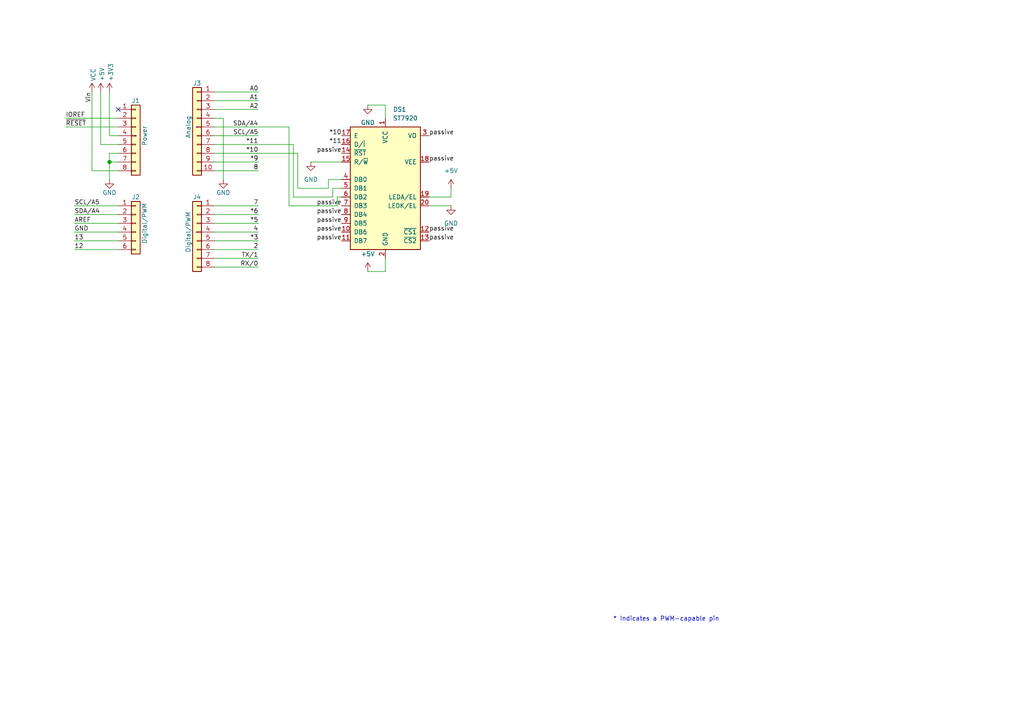
<source format=kicad_sch>
(kicad_sch (version 20230121) (generator eeschema)
  (paper "A4")
  (title_block (title "PCB for Conway's game of life.") (date "2023-10-14"))
  (lib_symbols
    (symbol "Connector_Generic:Conn_01x06" (pin_names (offset 1.016) hide)
      (property "Reference" "J" (at 0 7.62 0))
      (property "Value" "Conn_01x06" (at 0 -10.16 0))
      (symbol "Conn_01x06_1_1"
        (rectangle (start -1.27 -7.493) (end 0 -7.747) (stroke (width 0.1524)))
        (rectangle (start -1.27 -4.953) (end 0 -5.207) (stroke (width 0.1524)))
        (rectangle (start -1.27 -2.413) (end 0 -2.667) (stroke (width 0.1524)))
        (rectangle (start -1.27 0.127) (end 0 -0.127) (stroke (width 0.1524)))
        (rectangle (start -1.27 2.667) (end 0 2.413) (stroke (width 0.1524)))
        (rectangle (start -1.27 5.207) (end 0 4.953) (stroke (width 0.1524)))
        (rectangle (start -1.27 6.35) (end 1.27 -8.89) (stroke (width 0.254)) (fill (type background)))
        (pin passive line (at -5.08 5.08 0) (length 3.81) (name "Pin_1") (number "1"))
        (pin passive line (at -5.08 2.54 0) (length 3.81) (name "Pin_2") (number "2"))
        (pin passive line (at -5.08 0 0) (length 3.81) (name "Pin_3") (number "3"))
        (pin passive line (at -5.08 -2.54 0) (length 3.81) (name "Pin_4") (number "4"))
        (pin passive line (at -5.08 -5.08 0) (length 3.81) (name "Pin_5") (number "5"))
        (pin passive line (at -5.08 -7.62 0) (length 3.81) (name "Pin_6") (number "6"))
      )
    )
    (symbol "Connector_Generic:Conn_01x08" (pin_names (offset 1.016) hide)
      (property "Reference" "J" (at 0 10.16 0))
      (property "Value" "Conn_01x08" (at 0 -12.7 0))
      (symbol "Conn_01x08_1_1"
        (rectangle (start -1.27 -10.033) (end 0 -10.287) (stroke (width 0.1524)))
        (rectangle (start -1.27 -7.493) (end 0 -7.747) (stroke (width 0.1524)))
        (rectangle (start -1.27 -4.953) (end 0 -5.207) (stroke (width 0.1524)))
        (rectangle (start -1.27 -2.413) (end 0 -2.667) (stroke (width 0.1524)))
        (rectangle (start -1.27 0.127) (end 0 -0.127) (stroke (width 0.1524)))
        (rectangle (start -1.27 2.667) (end 0 2.413) (stroke (width 0.1524)))
        (rectangle (start -1.27 5.207) (end 0 4.953) (stroke (width 0.1524)))
        (rectangle (start -1.27 7.747) (end 0 7.493) (stroke (width 0.1524)))
        (rectangle (start -1.27 8.89) (end 1.27 -11.43) (stroke (width 0.254)) (fill (type background)))
        (pin passive line (at -5.08 7.62 0) (length 3.81) (name "Pin_1") (number "1"))
        (pin passive line (at -5.08 5.08 0) (length 3.81) (name "Pin_2") (number "2"))
        (pin passive line (at -5.08 2.54 0) (length 3.81) (name "Pin_3") (number "3"))
        (pin passive line (at -5.08 0 0) (length 3.81) (name "Pin_4") (number "4"))
        (pin passive line (at -5.08 -2.54 0) (length 3.81) (name "Pin_5") (number "5"))
        (pin passive line (at -5.08 -5.08 0) (length 3.81) (name "Pin_6") (number "6"))
        (pin passive line (at -5.08 -7.62 0) (length 3.81) (name "Pin_7") (number "7"))
        (pin passive line (at -5.08 -10.16 0) (length 3.81) (name "Pin_8") (number "8"))
      )
    )
    (symbol "Connector_Generic:Conn_01x10" (pin_names (offset 1.016) hide)
      (property "Reference" "J" (at 0 12.7 0))
      (property "Value" "Conn_01x10" (at 0 -15.24 0))
      (symbol "Conn_01x10_1_1"
        (rectangle (start -1.27 -12.573) (end 0 -12.827) (stroke (width 0.1524)))
        (rectangle (start -1.27 -10.033) (end 0 -10.287) (stroke (width 0.1524)))
        (rectangle (start -1.27 -7.493) (end 0 -7.747) (stroke (width 0.1524)))
        (rectangle (start -1.27 -4.953) (end 0 -5.207) (stroke (width 0.1524)))
        (rectangle (start -1.27 -2.413) (end 0 -2.667) (stroke (width 0.1524)))
        (rectangle (start -1.27 0.127) (end 0 -0.127) (stroke (width 0.1524)))
        (rectangle (start -1.27 2.667) (end 0 2.413) (stroke (width 0.1524)))
        (rectangle (start -1.27 5.207) (end 0 4.953) (stroke (width 0.1524)))
        (rectangle (start -1.27 7.747) (end 0 7.493) (stroke (width 0.1524)))
        (rectangle (start -1.27 10.287) (end 0 10.033) (stroke (width 0.1524)))
        (rectangle (start -1.27 11.43) (end 1.27 -13.97) (stroke (width 0.254)) (fill (type background)))
        (pin passive line (at -5.08 10.16 0) (length 3.81) (name "Pin_1") (number "1"))
        (pin passive line (at -5.08 -12.7 0) (length 3.81) (name "Pin_10") (number "10"))
        (pin passive line (at -5.08 7.62 0) (length 3.81) (name "Pin_2") (number "2"))
        (pin passive line (at -5.08 5.08 0) (length 3.81) (name "Pin_3") (number "3"))
        (pin passive line (at -5.08 2.54 0) (length 3.81) (name "Pin_4") (number "4"))
        (pin passive line (at -5.08 0 0) (length 3.81) (name "Pin_5") (number "5"))
        (pin passive line (at -5.08 -2.54 0) (length 3.81) (name "Pin_6") (number "6"))
        (pin passive line (at -5.08 -5.08 0) (length 3.81) (name "Pin_7") (number "7"))
        (pin passive line (at -5.08 -7.62 0) (length 3.81) (name "Pin_8") (number "8"))
        (pin passive line (at -5.08 -10.16 0) (length 3.81) (name "Pin_9") (number "9"))
      )
    )
    (symbol "Display_Graphic:AG12864E" (pin_names (offset 1.016))
      (property "Reference" "DS" (at -8.382 19.05 0))
      (property "Value" "AG12864E" (at 5.588 19.05 0))
      (symbol "AG12864E_0_1"
        (rectangle (start -10.16 17.78) (end 10.16 -17.78) (stroke (width 0.254)) (fill (type background)))
      )
      (symbol "AG12864E_1_1"
        (pin power_in line (at 0 20.32 270) (length 2.54) (name "VCC") (number "1"))
        (pin bidirectional line (at -12.7 -12.7 0) (length 2.54) (name "DB6") (number "10"))
        (pin bidirectional line (at -12.7 -15.24 0) (length 2.54) (name "DB7") (number "11"))
        (pin input line (at 12.7 -12.7 180) (length 2.54) (name "~{CS1}") (number "12"))
        (pin input line (at 12.7 -15.24 180) (length 2.54) (name "~{CS2}") (number "13"))
        (pin input line (at -12.7 10.16 0) (length 2.54) (name "~{RST}") (number "14"))
        (pin input line (at -12.7 7.62 0) (length 2.54) (name "R/~{W}") (number "15"))
        (pin input line (at -12.7 12.7 0) (length 2.54) (name "D/~{I}") (number "16"))
        (pin input line (at -12.7 15.24 0) (length 2.54) (name "E") (number "17"))
        (pin passive line (at 12.7 7.62 180) (length 2.54) (name "VEE") (number "18"))
        (pin passive line (at 12.7 -2.54 180) (length 2.54) (name "LEDA/EL") (number "19"))
        (pin power_in line (at 0 -20.32 90) (length 2.54) (name "GND") (number "2"))
        (pin passive line (at 12.7 -5.08 180) (length 2.54) (name "LEDK/EL") (number "20"))
        (pin passive line (at 12.7 15.24 180) (length 2.54) (name "VO") (number "3"))
        (pin bidirectional line (at -12.7 2.54 0) (length 2.54) (name "DB0") (number "4"))
        (pin bidirectional line (at -12.7 0 0) (length 2.54) (name "DB1") (number "5"))
        (pin bidirectional line (at -12.7 -2.54 0) (length 2.54) (name "DB2") (number "6"))
        (pin bidirectional line (at -12.7 -5.08 0) (length 2.54) (name "DB3") (number "7"))
        (pin bidirectional line (at -12.7 -7.62 0) (length 2.54) (name "DB4") (number "8"))
        (pin bidirectional line (at -12.7 -10.16 0) (length 2.54) (name "DB5") (number "9"))
      )
    )
    (symbol "power:+3V3" (power) (pin_names (offset 0))
      (property "Value" "+3V3" (at 0 3.556 0))
      (symbol "+3V3_0_1"
        (polyline (pts (xy -0.762 1.27) (xy 0 2.54)))
        (polyline (pts (xy 0 0) (xy 0 2.54)))
        (polyline (pts (xy 0 2.54) (xy 0.762 1.27)))
      )
      (symbol "+3V3_1_1"
        (pin power_in line (at 0 0 90) (length 0) hide (name "+3V3") (number "1"))
      )
    )
    (symbol "power:+5V" (power) (pin_names (offset 0))
      (property "Value" "+5V" (at 0 3.556 0))
      (symbol "+5V_0_1"
        (polyline (pts (xy -0.762 1.27) (xy 0 2.54)))
        (polyline (pts (xy 0 0) (xy 0 2.54)))
        (polyline (pts (xy 0 2.54) (xy 0.762 1.27)))
      )
      (symbol "+5V_1_1"
        (pin power_in line (at 0 0 90) (length 0) hide (name "+5V") (number "1"))
      )
    )
    (symbol "power:GND" (power) (pin_names (offset 0))
      (property "Value" "GND" (at 0 -3.81 0))
      (symbol "GND_0_1"
        (polyline (pts (xy 0 0) (xy 0 -1.27) (xy 1.27 -1.27) (xy 0 -2.54) (xy -1.27 -1.27) (xy 0 -1.27)))
      )
      (symbol "GND_1_1"
        (pin power_in line (at 0 0 270) (length 0) hide (name "GND") (number "1"))
      )
    )
    (symbol "power:VCC" (power) (pin_names (offset 0))
      (property "Value" "VCC" (at 0 3.81 0))
      (symbol "VCC_0_1"
        (polyline (pts (xy -0.762 1.27) (xy 0 2.54)))
        (polyline (pts (xy 0 0) (xy 0 2.54)))
        (polyline (pts (xy 0 2.54) (xy 0.762 1.27)))
      )
      (symbol "VCC_1_1"
        (pin power_in line (at 0 0 90) (length 0) hide (name "VCC") (number "1"))
      )
    )
  )
  (junction (at 31.75 46.99) (diameter 1.016))
  (no_connect (at 34.29 31.75))
  (wire (pts (xy 62.23 77.47) (xy 74.93 77.47)))
  (wire (pts (xy 62.23 44.45) (xy 86.36 44.45)))
  (wire (pts (xy 62.23 26.67) (xy 74.93 26.67)))
  (wire (pts (xy 106.68 30.48) (xy 111.76 30.48)))
  (wire (pts (xy 31.75 44.45) (xy 31.75 46.99)))
  (wire (pts (xy 83.82 59.69) (xy 97.79 59.69)))
  (wire (pts (xy 21.59 72.39) (xy 34.29 72.39)))
  (wire (pts (xy 83.82 36.83) (xy 83.82 59.69)))
  (wire (pts (xy 31.75 46.99) (xy 31.75 52.07)))
  (wire (pts (xy 31.75 39.37) (xy 34.29 39.37)))
  (wire (pts (xy 29.21 41.91) (xy 34.29 41.91)))
  (wire (pts (xy 29.21 26.67) (xy 29.21 41.91)))
  (wire (pts (xy 62.23 36.83) (xy 83.82 36.83)))
  (wire (pts (xy 31.75 26.67) (xy 31.75 39.37)))
  (wire (pts (xy 62.23 59.69) (xy 74.93 59.69)))
  (wire (pts (xy 124.46 57.15) (xy 130.81 57.15)))
  (wire (pts (xy 34.29 59.69) (xy 21.59 59.69)))
  (wire (pts (xy 62.23 39.37) (xy 74.93 39.37)))
  (wire (pts (xy 62.23 62.23) (xy 74.93 62.23)))
  (wire (pts (xy 96.52 57.15) (xy 96.52 54.61)))
  (wire (pts (xy 85.09 41.91) (xy 85.09 57.15)))
  (wire (pts (xy 96.52 54.61) (xy 99.06 54.61)))
  (wire (pts (xy 62.23 46.99) (xy 74.93 46.99)))
  (wire (pts (xy 95.25 52.07) (xy 99.06 52.07)))
  (wire (pts (xy 97.79 57.15) (xy 99.06 57.15)))
  (wire (pts (xy 62.23 67.31) (xy 74.93 67.31)))
  (wire (pts (xy 19.05 34.29) (xy 34.29 34.29)))
  (wire (pts (xy 95.25 54.61) (xy 95.25 52.07)))
  (wire (pts (xy 64.77 34.29) (xy 64.77 52.07)))
  (wire (pts (xy 86.36 44.45) (xy 86.36 54.61)))
  (wire (pts (xy 62.23 31.75) (xy 74.93 31.75)))
  (wire (pts (xy 34.29 64.77) (xy 21.59 64.77)))
  (wire (pts (xy 19.05 36.83) (xy 34.29 36.83)))
  (wire (pts (xy 111.76 78.74) (xy 111.76 74.93)))
  (wire (pts (xy 34.29 46.99) (xy 31.75 46.99)))
  (wire (pts (xy 34.29 49.53) (xy 26.67 49.53)))
  (wire (pts (xy 21.59 62.23) (xy 34.29 62.23)))
  (wire (pts (xy 86.36 54.61) (xy 95.25 54.61)))
  (wire (pts (xy 62.23 34.29) (xy 64.77 34.29)))
  (wire (pts (xy 34.29 44.45) (xy 31.75 44.45)))
  (wire (pts (xy 111.76 30.48) (xy 111.76 34.29)))
  (wire (pts (xy 90.17 46.99) (xy 99.06 46.99)))
  (wire (pts (xy 106.68 78.74) (xy 111.76 78.74)))
  (wire (pts (xy 62.23 41.91) (xy 85.09 41.91)))
  (wire (pts (xy 62.23 64.77) (xy 74.93 64.77)))
  (wire (pts (xy 21.59 67.31) (xy 34.29 67.31)))
  (wire (pts (xy 97.79 59.69) (xy 97.79 57.15)))
  (wire (pts (xy 85.09 57.15) (xy 96.52 57.15)))
  (wire (pts (xy 130.81 57.15) (xy 130.81 54.61)))
  (wire (pts (xy 62.23 29.21) (xy 74.93 29.21)))
  (wire (pts (xy 62.23 72.39) (xy 74.93 72.39)))
  (wire (pts (xy 62.23 69.85) (xy 74.93 69.85)))
  (wire (pts (xy 124.46 59.69) (xy 130.81 59.69)))
  (wire (pts (xy 62.23 74.93) (xy 74.93 74.93)))
  (wire (pts (xy 26.67 49.53) (xy 26.67 26.67)))
  (wire (pts (xy 34.29 69.85) (xy 21.59 69.85)))
  (wire (pts (xy 62.23 49.53) (xy 74.93 49.53)))
  (text "* Indicates a PWM-capable pin" (at 177.8 180.34 0) (effects (font (size 1.27 1.27)) (justify left bottom)))
  (label "RX{slash}0" (at 74.93 77.47 180))
  (label "AREF" (at 21.59 64.77 0))
  (label "4" (at 74.93 67.31 180))
  (label "passive" (at 99.06 59.69 180))
  (label "2" (at 74.93 72.39 180))
  (label "GND" (at 21.59 67.31 0))
  (label "*11" (at 99.06 41.91 180))
  (label "SDA{slash}A4" (at 74.93 36.83 180))
  (label "SCL{slash}A5" (at 74.93 39.37 180))
  (label "~{RESET}" (at 19.05 36.83 0))
  (label "*10" (at 74.93 44.45 180))
  (label "passive" (at 124.46 46.99 0))
  (label "passive" (at 99.06 64.77 180))
  (label "passive" (at 99.06 62.23 180))
  (label "passive" (at 99.06 67.31 180))
  (label "7" (at 74.93 59.69 180))
  (label "A1" (at 74.93 29.21 180))
  (label "8" (at 74.93 49.53 180))
  (label "passive" (at 99.06 69.85 180))
  (label "*11" (at 74.93 41.91 180))
  (label "*3" (at 74.93 69.85 180))
  (label "*10" (at 99.06 39.37 180))
  (label "SDA{slash}A4" (at 21.59 62.23 0))
  (label "TX{slash}1" (at 74.93 74.93 180))
  (label "SCL{slash}A5" (at 21.59 59.69 0))
  (label "A2" (at 74.93 31.75 180))
  (label "passive" (at 124.46 69.85 0))
  (label "passive" (at 124.46 39.37 0))
  (label "Vin" (at 26.67 26.67 270))
  (label "*6" (at 74.93 62.23 180))
  (label "A0" (at 74.93 26.67 180))
  (label "*9" (at 74.93 46.99 180))
  (label "*5" (at 74.93 64.77 180))
  (label "IOREF" (at 19.05 34.29 0))
  (label "passive" (at 99.06 44.45 180))
  (label "passive" (at 124.46 67.31 0))
  (label "13" (at 21.59 69.85 0))
  (label "12" (at 21.59 72.39 0))
  (symbol (lib_id "Connector_Generic:Conn_01x08") (at 39.37 39.37 0) (unit 1)
    (property "Reference" "J1" (at 39.37 29.21 0))
    (property "Value" "Power" (at 41.91 39.37 90))
    (property "Footprint" "Connector_PinSocket_2.54mm:PinSocket_1x08_P2.54mm_Vertical" (effects hide))
    (property "Datasheet" "~" (at 39.37 39.37 0))
  )
  (symbol (lib_id "power:+3V3") (at 31.75 26.67 0) (unit 1)
    (property "Reference" "#PWR0106" (effects hide))
    (property "Value" "+3V3" (at 32.131 23.622 90) (effects (justify left)))
  )
  (symbol (lib_id "power:+5V") (at 29.21 26.67 0) (unit 1)
    (property "Reference" "#PWR0104" (effects hide))
    (property "Value" "+5V" (at 29.5656 23.622 90) (effects (justify left)))
  )
  (symbol (lib_id "power:GND") (at 31.75 52.07 0) (unit 1)
    (property "Reference" "#PWR0103" (effects hide))
    (property "Value" "GND" (at 31.75 55.88 0))
  )
  (symbol (lib_id "Connector_Generic:Conn_01x10") (at 57.15 36.83 0) (mirror y) (unit 1)
    (property "Reference" "J3" (at 57.15 24.13 0))
    (property "Value" "Analog" (at 54.61 36.83 90))
    (property "Footprint" "Connector_PinSocket_2.54mm:PinSocket_1x06_P2.54mm_Vertical" (effects hide))
    (property "Datasheet" "~" (at 57.15 36.83 0))
  )
  (symbol (lib_id "power:GND") (at 64.77 52.07 0) (unit 1)
    (property "Reference" "#PWR0107" (effects hide))
    (property "Value" "GND" (at 64.77 55.88 0))
  )
  (symbol (lib_id "Connector_Generic:Conn_01x06") (at 39.37 64.77 0) (unit 1)
    (property "Reference" "J2" (at 39.37 57.15 0))
    (property "Value" "Digital/PWM" (at 41.91 64.77 90))
    (property "Footprint" "Connector_PinSocket_2.54mm:PinSocket_1x10_P2.54mm_Vertical" (effects hide))
  )
  (symbol (lib_id "Connector_Generic:Conn_01x08") (at 57.15 67.31 0) (mirror y) (unit 1)
    (property "Reference" "J4" (at 57.15 57.15 0))
    (property "Value" "Digital/PWM" (at 54.61 67.31 90))
    (property "Footprint" "Connector_PinSocket_2.54mm:PinSocket_1x08_P2.54mm_Vertical" (effects hide))
    (property "Datasheet" "~" (at 57.15 67.31 0))
  )
  (symbol (lib_id "power:GND") (at 106.68 30.48 0) (unit 1)
    (property "Reference" "#PWR0101" (effects hide))
    (property "Value" "GND" (at 106.68 35.56 0))
  )
  (symbol (lib_id "power:+5V") (at 130.81 54.61 0) (unit 1)
    (property "Reference" "#PWR0110" (effects hide))
    (property "Value" "+5V" (at 130.81 49.53 0))
  )
  (symbol (lib_id "power:VCC") (at 26.67 26.67 0) (unit 1)
    (property "Reference" "#PWR0105" (effects hide))
    (property "Value" "VCC" (at 27.051 23.622 90) (effects (justify left)))
  )
  (symbol (lib_id "power:GND") (at 130.81 59.69 0) (unit 1)
    (property "Reference" "#PWR0109" (effects hide))
    (property "Value" "GND" (at 130.81 64.77 0))
  )
  (symbol (lib_id "power:GND") (at 90.17 46.99 0) (unit 1)
    (property "Reference" "#PWR0102" (effects hide))
    (property "Value" "GND" (at 90.17 52.07 0))
  )
  (symbol (lib_id "Display_Graphic:AG12864E") (at 111.76 54.61 0) (unit 1)
    (property "Reference" "DS1" (at 113.9541 31.75 0) (effects (justify left)))
    (property "Value" "ST7920" (at 113.9541 34.29 0) (effects (justify left)))
    (property "Footprint" "Display:AG12864E" (effects hide))
    (property "Datasheet" "https://www.digchip.com/datasheets/parts/datasheet/1121/AG-12864E-pdf.php" (effects hide))
  )
  (symbol (lib_id "power:+5V") (at 106.68 78.74 0) (unit 1)
    (property "Reference" "#PWR0108" (effects hide))
    (property "Value" "+5V" (at 106.68 73.66 0))
  )
)
</source>
